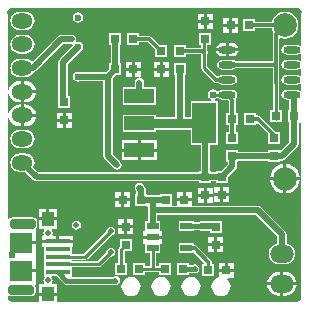
<source format=gbl>
G04*
G04 #@! TF.GenerationSoftware,Altium Limited,Altium Designer,18.1.9 (240)*
G04*
G04 Layer_Physical_Order=2*
G04 Layer_Color=16711680*
%FSLAX24Y24*%
%MOIN*%
G70*
G01*
G75*
%ADD14C,0.0100*%
%ADD16R,0.0300X0.0300*%
%ADD17R,0.0300X0.0300*%
%ADD28C,0.0200*%
%ADD29C,0.0197*%
%ADD30C,0.0157*%
%ADD31C,0.0197*%
G04:AMPARAMS|DCode=32|XSize=84.6mil|YSize=31.5mil|CornerRadius=7.9mil|HoleSize=0mil|Usage=FLASHONLY|Rotation=0.000|XOffset=0mil|YOffset=0mil|HoleType=Round|Shape=RoundedRectangle|*
%AMROUNDEDRECTD32*
21,1,0.0846,0.0157,0,0,0.0*
21,1,0.0689,0.0315,0,0,0.0*
1,1,0.0157,0.0344,-0.0079*
1,1,0.0157,-0.0344,-0.0079*
1,1,0.0157,-0.0344,0.0079*
1,1,0.0157,0.0344,0.0079*
%
%ADD32ROUNDEDRECTD32*%
%ADD33C,0.0787*%
%ADD34C,0.0236*%
%ADD35O,0.0787X0.0591*%
%ADD36O,0.0709X0.0512*%
%ADD37C,0.0240*%
%ADD38R,0.0827X0.0157*%
%ADD39R,0.0748X0.0709*%
%ADD40R,0.0394X0.0472*%
%ADD41R,0.0413X0.0236*%
%ADD42R,0.0984X0.0472*%
%ADD43R,0.0787X0.1378*%
%ADD44O,0.0571X0.0236*%
%ADD45C,0.0118*%
%ADD46C,0.0315*%
G36*
X9809Y9841D02*
X9858Y9808D01*
X9891Y9759D01*
X9903Y9700D01*
X9903Y9700D01*
X9903D01*
X9898Y9652D01*
X9898Y9650D01*
Y8599D01*
X9848Y8580D01*
X9806Y8608D01*
X9740Y8621D01*
X9406D01*
X9340Y8608D01*
X9284Y8571D01*
X9247Y8516D01*
X9234Y8450D01*
X9247Y8384D01*
X9284Y8329D01*
X9340Y8292D01*
X9406Y8279D01*
X9740D01*
X9806Y8292D01*
X9848Y8320D01*
X9898Y8301D01*
Y8099D01*
X9848Y8080D01*
X9806Y8108D01*
X9740Y8121D01*
X9406D01*
X9340Y8108D01*
X9284Y8071D01*
X9247Y8016D01*
X9234Y7950D01*
X9247Y7884D01*
X9284Y7829D01*
X9340Y7792D01*
X9406Y7779D01*
X9740D01*
X9806Y7792D01*
X9848Y7820D01*
X9898Y7801D01*
Y7599D01*
X9848Y7580D01*
X9806Y7608D01*
X9740Y7621D01*
X9406D01*
X9340Y7608D01*
X9284Y7571D01*
X9247Y7516D01*
X9234Y7450D01*
X9247Y7384D01*
X9284Y7329D01*
X9340Y7292D01*
X9406Y7279D01*
X9740D01*
X9806Y7292D01*
X9848Y7320D01*
X9898Y7301D01*
Y7099D01*
X9848Y7080D01*
X9806Y7108D01*
X9740Y7121D01*
X9406D01*
X9340Y7108D01*
X9284Y7071D01*
X9247Y7016D01*
X9234Y6950D01*
X9247Y6884D01*
X9284Y6829D01*
X9340Y6792D01*
X9406Y6779D01*
X9497D01*
Y6425D01*
X9450D01*
Y6025D01*
X9497D01*
Y5363D01*
X9247Y5113D01*
X9200Y5100D01*
Y5100D01*
X9200Y5100D01*
X8957D01*
X8950Y5101D01*
X8943Y5100D01*
X8800D01*
Y5051D01*
X7800D01*
Y5100D01*
X7400D01*
Y4700D01*
X7449D01*
Y4632D01*
X7236Y4419D01*
X7050D01*
Y4370D01*
X6900D01*
Y4400D01*
X6851D01*
Y5261D01*
X7109D01*
Y6739D01*
X7017D01*
X7012Y6789D01*
X7016Y6790D01*
X7073Y6827D01*
X7080Y6839D01*
X7132D01*
X7139Y6829D01*
X7194Y6792D01*
X7260Y6779D01*
X7441D01*
X7489Y6731D01*
Y6350D01*
X7400D01*
Y5950D01*
X7489D01*
Y5700D01*
X7400D01*
Y5300D01*
X7800D01*
Y5700D01*
X7711D01*
Y5950D01*
X7800D01*
Y6350D01*
X7711D01*
Y6777D01*
X7711Y6777D01*
X7703Y6820D01*
X7703Y6820D01*
X7716Y6829D01*
X7753Y6884D01*
X7766Y6950D01*
X7753Y7016D01*
X7716Y7071D01*
X7660Y7108D01*
X7594Y7121D01*
X7260D01*
X7194Y7108D01*
X7139Y7071D01*
X7132Y7061D01*
X7080D01*
X7073Y7073D01*
X7016Y7110D01*
X6950Y7123D01*
X6884Y7110D01*
X6827Y7073D01*
X6790Y7016D01*
X6777Y6950D01*
X6790Y6884D01*
X6827Y6827D01*
X6884Y6790D01*
X6888Y6789D01*
X6883Y6739D01*
X6222D01*
Y6212D01*
X6003D01*
Y7600D01*
X6050D01*
Y8000D01*
X5650D01*
Y7600D01*
X5697D01*
Y6212D01*
X5042D01*
Y6286D01*
X3958D01*
Y5714D01*
X5042D01*
Y5788D01*
X6222D01*
Y5261D01*
X6549D01*
Y4400D01*
X6500D01*
Y4370D01*
X1131D01*
X966Y4535D01*
X996Y4608D01*
X1007Y4688D01*
X996Y4768D01*
X966Y4842D01*
X917Y4906D01*
X853Y4955D01*
X778Y4986D01*
X698Y4996D01*
X502D01*
X422Y4986D01*
X347Y4955D01*
X283Y4906D01*
X234Y4842D01*
X204Y4768D01*
X193Y4688D01*
X204Y4608D01*
X234Y4534D01*
X283Y4470D01*
X347Y4421D01*
X422Y4390D01*
X502Y4379D01*
X695D01*
X962Y4112D01*
X1011Y4079D01*
X1069Y4068D01*
X1069Y4068D01*
X6500D01*
Y4000D01*
X6900D01*
Y4068D01*
X7050D01*
Y4019D01*
X7450D01*
Y4205D01*
X7707Y4462D01*
X7707Y4462D01*
X7740Y4511D01*
X7751Y4569D01*
X7751Y4569D01*
Y4700D01*
X7800D01*
Y4749D01*
X8800D01*
Y4700D01*
X9200D01*
Y4747D01*
X9250D01*
X9309Y4759D01*
X9358Y4792D01*
X9758Y5192D01*
X9791Y5241D01*
X9803Y5300D01*
Y6018D01*
X9843Y6024D01*
X9850Y6024D01*
X9898Y6014D01*
Y273D01*
X9893Y249D01*
X9897Y229D01*
X9892Y228D01*
X9898Y200D01*
X9887Y143D01*
X9855Y95D01*
X9807Y63D01*
X9750Y52D01*
X9722Y58D01*
X9721Y53D01*
X9701Y57D01*
X9677Y52D01*
X1747D01*
Y240D01*
X1153D01*
Y52D01*
X323D01*
X299Y57D01*
X279Y53D01*
X278Y58D01*
X250Y52D01*
X193Y63D01*
X145Y95D01*
X113Y143D01*
X102Y200D01*
X108Y228D01*
X149Y256D01*
X156Y257D01*
X170Y248D01*
X220Y238D01*
X909D01*
X959Y248D01*
X1002Y276D01*
X1030Y319D01*
X1040Y369D01*
Y526D01*
X1030Y576D01*
X1030Y577D01*
X1038Y626D01*
X1038D01*
X1038Y626D01*
Y1030D01*
X564D01*
Y1130D01*
X1038D01*
Y1534D01*
X1038D01*
Y1566D01*
X1038D01*
Y1970D01*
X564D01*
Y2070D01*
X1038D01*
Y2474D01*
X1063Y2514D01*
X1070Y2523D01*
X1080Y2574D01*
Y2731D01*
X1070Y2781D01*
X1041Y2824D01*
X998Y2852D01*
X948Y2862D01*
X259D01*
X209Y2852D01*
X166Y2824D01*
X152Y2802D01*
X102Y2817D01*
Y6188D01*
X152Y6191D01*
X155Y6170D01*
X191Y6083D01*
X248Y6009D01*
X322Y5952D01*
X409Y5916D01*
X502Y5904D01*
X550D01*
Y6263D01*
Y6622D01*
X502D01*
X409Y6609D01*
X322Y6573D01*
X248Y6516D01*
X191Y6442D01*
X155Y6356D01*
X152Y6334D01*
X102Y6337D01*
Y6976D01*
X152Y6979D01*
X155Y6957D01*
X191Y6871D01*
X248Y6796D01*
X322Y6739D01*
X409Y6703D01*
X502Y6691D01*
X550D01*
Y7050D01*
Y7409D01*
X502D01*
X409Y7397D01*
X322Y7361D01*
X248Y7304D01*
X191Y7229D01*
X155Y7143D01*
X152Y7121D01*
X102Y7124D01*
Y9650D01*
X98Y9670D01*
X103Y9671D01*
X97Y9700D01*
X109Y9759D01*
X142Y9808D01*
X191Y9841D01*
X250Y9853D01*
X279Y9847D01*
X280Y9852D01*
X300Y9848D01*
X9700D01*
X9720Y9852D01*
X9721Y9847D01*
X9750Y9853D01*
X9809Y9841D01*
D02*
G37*
%LPC*%
G36*
X6950Y9650D02*
X6750D01*
Y9450D01*
X6950D01*
Y9650D01*
D02*
G37*
G36*
X6650D02*
X6450D01*
Y9450D01*
X6650D01*
Y9650D01*
D02*
G37*
G36*
X9350Y9716D02*
X9234Y9700D01*
X9126Y9656D01*
X9034Y9585D01*
X8962Y9492D01*
X8918Y9384D01*
X8917Y9379D01*
X8350D01*
Y9468D01*
X7950D01*
Y9068D01*
X8350D01*
Y9157D01*
X8917D01*
X8918Y9152D01*
X8962Y9044D01*
X8966Y9039D01*
X8947Y9011D01*
X8939Y8968D01*
X8939Y8968D01*
Y8061D01*
X7722D01*
X7716Y8071D01*
X7660Y8108D01*
X7594Y8121D01*
X7260D01*
X7194Y8108D01*
X7139Y8071D01*
X7101Y8016D01*
X7088Y7950D01*
X7101Y7884D01*
X7139Y7829D01*
X7194Y7792D01*
X7260Y7779D01*
X7594D01*
X7660Y7792D01*
X7716Y7829D01*
X7722Y7839D01*
X8939D01*
Y7350D01*
X8947Y7307D01*
X8948Y7306D01*
Y6425D01*
X8850D01*
Y6025D01*
X9250D01*
Y6425D01*
X9152D01*
Y7306D01*
X9153Y7307D01*
X9161Y7350D01*
Y7950D01*
Y8821D01*
X9203Y8849D01*
X9234Y8836D01*
X9350Y8821D01*
X9466Y8836D01*
X9574Y8881D01*
X9666Y8952D01*
X9738Y9044D01*
X9782Y9152D01*
X9798Y9268D01*
X9782Y9384D01*
X9738Y9492D01*
X9666Y9585D01*
X9574Y9656D01*
X9466Y9700D01*
X9350Y9716D01*
D02*
G37*
G36*
X2450Y9690D02*
X2384Y9677D01*
X2329Y9640D01*
X2292Y9584D01*
X2279Y9518D01*
X2292Y9453D01*
X2329Y9397D01*
X2384Y9360D01*
X2450Y9347D01*
X2516Y9360D01*
X2571Y9397D01*
X2608Y9453D01*
X2621Y9518D01*
X2608Y9584D01*
X2571Y9640D01*
X2516Y9677D01*
X2450Y9690D01*
D02*
G37*
G36*
X7800Y9518D02*
X7600D01*
Y9318D01*
X7800D01*
Y9518D01*
D02*
G37*
G36*
X7500D02*
X7300D01*
Y9318D01*
X7500D01*
Y9518D01*
D02*
G37*
G36*
X6950Y9350D02*
X6750D01*
Y9150D01*
X6950D01*
Y9350D01*
D02*
G37*
G36*
X6650D02*
X6450D01*
Y9150D01*
X6650D01*
Y9350D01*
D02*
G37*
G36*
X698Y9721D02*
X502D01*
X422Y9710D01*
X347Y9679D01*
X283Y9630D01*
X234Y9566D01*
X204Y9492D01*
X193Y9412D01*
X204Y9332D01*
X234Y9258D01*
X283Y9194D01*
X347Y9145D01*
X422Y9114D01*
X502Y9104D01*
X698D01*
X778Y9114D01*
X853Y9145D01*
X917Y9194D01*
X966Y9258D01*
X996Y9332D01*
X1007Y9412D01*
X996Y9492D01*
X966Y9566D01*
X917Y9630D01*
X853Y9679D01*
X778Y9710D01*
X698Y9721D01*
D02*
G37*
G36*
X7800Y9218D02*
X7600D01*
Y9018D01*
X7800D01*
Y9218D01*
D02*
G37*
G36*
X7500D02*
X7300D01*
Y9018D01*
X7500D01*
Y9218D01*
D02*
G37*
G36*
X6900Y9000D02*
X6500D01*
Y8600D01*
X6563D01*
Y8511D01*
X6050D01*
Y8600D01*
X5650D01*
Y8200D01*
X6050D01*
Y8289D01*
X6563D01*
Y7835D01*
X6571Y7796D01*
X6593Y7763D01*
X6947Y7409D01*
X6947Y7407D01*
X6971Y7371D01*
X7007Y7347D01*
X7050Y7339D01*
X7132D01*
X7139Y7329D01*
X7194Y7292D01*
X7260Y7279D01*
X7594D01*
X7660Y7292D01*
X7716Y7329D01*
X7753Y7384D01*
X7766Y7450D01*
X7753Y7516D01*
X7716Y7571D01*
X7660Y7608D01*
X7594Y7621D01*
X7260D01*
X7194Y7608D01*
X7139Y7571D01*
X7132Y7561D01*
X7083D01*
X6767Y7877D01*
Y8306D01*
X6768Y8307D01*
X6777Y8350D01*
X6768Y8393D01*
X6767Y8394D01*
Y8600D01*
X6900D01*
Y9000D01*
D02*
G37*
G36*
X7594Y8672D02*
X7477D01*
Y8500D01*
X7807D01*
X7800Y8535D01*
X7752Y8607D01*
X7680Y8655D01*
X7594Y8672D01*
D02*
G37*
G36*
X7377D02*
X7260D01*
X7175Y8655D01*
X7103Y8607D01*
X7054Y8535D01*
X7047Y8500D01*
X7377D01*
Y8672D01*
D02*
G37*
G36*
X698Y8933D02*
X502D01*
X422Y8923D01*
X347Y8892D01*
X283Y8843D01*
X234Y8779D01*
X204Y8705D01*
X193Y8625D01*
X204Y8545D01*
X234Y8471D01*
X283Y8407D01*
X347Y8358D01*
X422Y8327D01*
X502Y8316D01*
X698D01*
X778Y8327D01*
X853Y8358D01*
X917Y8407D01*
X966Y8471D01*
X996Y8545D01*
X1007Y8625D01*
X996Y8705D01*
X966Y8779D01*
X917Y8843D01*
X853Y8892D01*
X778Y8923D01*
X698Y8933D01*
D02*
G37*
G36*
X7807Y8400D02*
X7477D01*
Y8228D01*
X7594D01*
X7680Y8245D01*
X7752Y8293D01*
X7800Y8365D01*
X7807Y8400D01*
D02*
G37*
G36*
X7377D02*
X7047D01*
X7054Y8365D01*
X7103Y8293D01*
X7175Y8245D01*
X7260Y8228D01*
X7377D01*
Y8400D01*
D02*
G37*
G36*
X4500Y9000D02*
X4100D01*
Y8600D01*
X4500D01*
Y8689D01*
X4773D01*
X5019Y8443D01*
Y8200D01*
X5419D01*
Y8600D01*
X5176D01*
X4898Y8879D01*
X4862Y8903D01*
X4819Y8911D01*
X4819Y8911D01*
X4500D01*
Y9000D01*
D02*
G37*
G36*
X5469Y8050D02*
X5269D01*
Y7850D01*
X5469D01*
Y8050D01*
D02*
G37*
G36*
X4550D02*
X4350D01*
Y7850D01*
X4550D01*
Y8050D01*
D02*
G37*
G36*
X4250D02*
X4050D01*
Y7850D01*
X4250D01*
Y8050D01*
D02*
G37*
G36*
X5169D02*
X4969D01*
Y7850D01*
X5169D01*
Y8050D01*
D02*
G37*
G36*
X3900Y9000D02*
X3500D01*
Y8600D01*
X3547D01*
Y8000D01*
X3500D01*
Y7816D01*
X3387Y7703D01*
X2524D01*
X2516Y7708D01*
X2450Y7721D01*
X2384Y7708D01*
X2329Y7671D01*
X2292Y7616D01*
X2279Y7550D01*
X2292Y7484D01*
X2329Y7429D01*
X2384Y7392D01*
X2450Y7379D01*
X2516Y7392D01*
X2524Y7397D01*
X3297D01*
Y4900D01*
X3309Y4841D01*
X3342Y4792D01*
X3642Y4492D01*
X3691Y4459D01*
X3750Y4447D01*
X3809Y4459D01*
X3858Y4492D01*
X3891Y4541D01*
X3903Y4600D01*
X3891Y4659D01*
X3858Y4708D01*
X3603Y4963D01*
Y7487D01*
X3716Y7600D01*
X3900D01*
Y8000D01*
X3853D01*
Y8600D01*
X3900D01*
Y9000D01*
D02*
G37*
G36*
X5469Y7750D02*
X5269D01*
Y7550D01*
X5469D01*
Y7750D01*
D02*
G37*
G36*
X5169D02*
X4969D01*
Y7550D01*
X5169D01*
Y7750D01*
D02*
G37*
G36*
X4250D02*
X4050D01*
Y7550D01*
X4250D01*
Y7750D01*
D02*
G37*
G36*
X698Y7409D02*
X650D01*
Y7100D01*
X1051D01*
X1045Y7143D01*
X1009Y7229D01*
X952Y7304D01*
X878Y7361D01*
X791Y7397D01*
X698Y7409D01*
D02*
G37*
G36*
X1051Y7000D02*
X650D01*
Y6691D01*
X698D01*
X791Y6703D01*
X878Y6739D01*
X952Y6796D01*
X1009Y6871D01*
X1045Y6957D01*
X1051Y7000D01*
D02*
G37*
G36*
X4550Y7750D02*
X4350D01*
Y7550D01*
X4480D01*
X4485Y7500D01*
X4468Y7496D01*
X4441Y7491D01*
X4392Y7458D01*
X4359Y7409D01*
X4347Y7350D01*
Y7192D01*
X3958D01*
Y6619D01*
X5042D01*
Y7192D01*
X4653D01*
Y7350D01*
X4641Y7409D01*
X4608Y7458D01*
X4559Y7491D01*
X4532Y7496D01*
X4515Y7500D01*
X4520Y7550D01*
X4550D01*
Y7750D01*
D02*
G37*
G36*
X1900Y8951D02*
X1842Y8940D01*
X1793Y8907D01*
X1793Y8907D01*
X940Y8054D01*
X917Y8056D01*
X853Y8105D01*
X778Y8135D01*
X698Y8146D01*
X502D01*
X422Y8135D01*
X347Y8105D01*
X283Y8056D01*
X234Y7992D01*
X204Y7917D01*
X193Y7837D01*
X204Y7758D01*
X234Y7683D01*
X283Y7619D01*
X347Y7570D01*
X422Y7539D01*
X502Y7529D01*
X698D01*
X778Y7539D01*
X853Y7570D01*
X917Y7619D01*
X966Y7683D01*
X970Y7692D01*
X995Y7698D01*
X1044Y7730D01*
X1963Y8649D01*
X2250D01*
X2266Y8652D01*
X2296Y8607D01*
X2292Y8600D01*
X2290Y8590D01*
X1842Y8142D01*
X1809Y8093D01*
X1797Y8034D01*
Y6750D01*
X1800Y6735D01*
Y6500D01*
X2200D01*
Y6900D01*
X2103D01*
Y7971D01*
X2506Y8374D01*
X2516Y8376D01*
X2571Y8413D01*
X2608Y8469D01*
X2621Y8534D01*
X2608Y8600D01*
X2571Y8655D01*
X2516Y8693D01*
X2450Y8706D01*
X2422Y8700D01*
X2390Y8742D01*
X2401Y8800D01*
X2390Y8858D01*
X2357Y8907D01*
X2308Y8940D01*
X2250Y8951D01*
X1900D01*
X1900Y8951D01*
D02*
G37*
G36*
X698Y6622D02*
X650D01*
Y6313D01*
X1051D01*
X1045Y6356D01*
X1009Y6442D01*
X952Y6516D01*
X878Y6573D01*
X791Y6609D01*
X698Y6622D01*
D02*
G37*
G36*
X2250Y6350D02*
X2050D01*
Y6150D01*
X2250D01*
Y6350D01*
D02*
G37*
G36*
X1950D02*
X1750D01*
Y6150D01*
X1950D01*
Y6350D01*
D02*
G37*
G36*
X1051Y6213D02*
X650D01*
Y5904D01*
X698D01*
X791Y5916D01*
X878Y5952D01*
X952Y6009D01*
X1009Y6083D01*
X1045Y6170D01*
X1051Y6213D01*
D02*
G37*
G36*
X2250Y6050D02*
X2050D01*
Y5850D01*
X2250D01*
Y6050D01*
D02*
G37*
G36*
X1950D02*
X1750D01*
Y5850D01*
X1950D01*
Y6050D01*
D02*
G37*
G36*
X8400Y6350D02*
X8000D01*
Y5950D01*
X8400D01*
Y5972D01*
X8450Y5993D01*
X8800Y5643D01*
Y5300D01*
X9200D01*
Y5700D01*
X9057D01*
X8529Y6229D01*
X8493Y6253D01*
X8450Y6261D01*
X8450Y6261D01*
X8400D01*
Y6350D01*
D02*
G37*
G36*
X698Y5784D02*
X502D01*
X422Y5773D01*
X347Y5742D01*
X283Y5693D01*
X234Y5629D01*
X204Y5555D01*
X193Y5475D01*
X204Y5395D01*
X234Y5321D01*
X283Y5257D01*
X347Y5208D01*
X422Y5177D01*
X502Y5167D01*
X698D01*
X778Y5177D01*
X853Y5208D01*
X917Y5257D01*
X966Y5321D01*
X996Y5395D01*
X1007Y5475D01*
X996Y5555D01*
X966Y5629D01*
X917Y5693D01*
X853Y5742D01*
X778Y5773D01*
X698Y5784D01*
D02*
G37*
G36*
X5092Y5431D02*
X4550D01*
Y5144D01*
X5092D01*
Y5431D01*
D02*
G37*
G36*
X4450D02*
X3908D01*
Y5144D01*
X4450D01*
Y5431D01*
D02*
G37*
G36*
X5092Y5044D02*
X4550D01*
Y4758D01*
X5092D01*
Y5044D01*
D02*
G37*
G36*
X4450D02*
X3908D01*
Y4758D01*
X4450D01*
Y5044D01*
D02*
G37*
G36*
X9400Y4641D02*
Y4200D01*
X9841D01*
X9831Y4279D01*
X9781Y4399D01*
X9702Y4502D01*
X9599Y4581D01*
X9479Y4631D01*
X9400Y4641D01*
D02*
G37*
G36*
X9300D02*
X9221Y4631D01*
X9101Y4581D01*
X8998Y4502D01*
X8919Y4399D01*
X8869Y4279D01*
X8859Y4200D01*
X9300D01*
Y4641D01*
D02*
G37*
G36*
X7500Y3869D02*
X7300D01*
Y3669D01*
X7500D01*
Y3869D01*
D02*
G37*
G36*
X7200D02*
X7000D01*
Y3669D01*
X7200D01*
Y3869D01*
D02*
G37*
G36*
X9841Y4100D02*
X9400D01*
Y3659D01*
X9479Y3669D01*
X9599Y3719D01*
X9702Y3798D01*
X9781Y3901D01*
X9831Y4021D01*
X9841Y4100D01*
D02*
G37*
G36*
X9300D02*
X8859D01*
X8869Y4021D01*
X8919Y3901D01*
X8998Y3798D01*
X9101Y3719D01*
X9221Y3669D01*
X9300Y3659D01*
Y4100D01*
D02*
G37*
G36*
X6950Y3850D02*
X6750D01*
Y3650D01*
X6950D01*
Y3850D01*
D02*
G37*
G36*
X6650D02*
X6450D01*
Y3650D01*
X6650D01*
Y3850D01*
D02*
G37*
G36*
X6250Y3700D02*
X6050D01*
Y3500D01*
X6250D01*
Y3700D01*
D02*
G37*
G36*
X4200D02*
X4000D01*
Y3500D01*
X4200D01*
Y3700D01*
D02*
G37*
G36*
X5950D02*
X5750D01*
Y3500D01*
X5950D01*
Y3700D01*
D02*
G37*
G36*
X3900D02*
X3700D01*
Y3500D01*
X3900D01*
Y3700D01*
D02*
G37*
G36*
X7500Y3569D02*
X7300D01*
Y3369D01*
X7500D01*
Y3569D01*
D02*
G37*
G36*
X7200D02*
X7000D01*
Y3369D01*
X7200D01*
Y3569D01*
D02*
G37*
G36*
X6950Y3550D02*
X6750D01*
Y3350D01*
X6950D01*
Y3550D01*
D02*
G37*
G36*
X6650D02*
X6450D01*
Y3350D01*
X6650D01*
Y3550D01*
D02*
G37*
G36*
X4200Y3400D02*
X4000D01*
Y3200D01*
X4200D01*
Y3400D01*
D02*
G37*
G36*
X3900D02*
X3700D01*
Y3200D01*
X3900D01*
Y3400D01*
D02*
G37*
G36*
X1747Y3146D02*
X1500D01*
Y2860D01*
X1747D01*
Y3146D01*
D02*
G37*
G36*
X1400D02*
X1153D01*
Y2860D01*
X1400D01*
Y3146D01*
D02*
G37*
G36*
X7250Y2750D02*
X6850D01*
Y2727D01*
X6550D01*
X6491Y2715D01*
X6476Y2705D01*
X6318D01*
Y2742D01*
X5804D01*
Y2406D01*
X6318D01*
Y2443D01*
X6476D01*
X6491Y2433D01*
X6550Y2421D01*
X6850D01*
Y2350D01*
X7250D01*
Y2750D01*
D02*
G37*
G36*
X4300Y2800D02*
X4100D01*
Y2600D01*
X4300D01*
Y2800D01*
D02*
G37*
G36*
X4000D02*
X3800D01*
Y2600D01*
X4000D01*
Y2800D01*
D02*
G37*
G36*
X2400Y2751D02*
X2342Y2740D01*
X2293Y2707D01*
X2260Y2658D01*
X2249Y2600D01*
X2260Y2542D01*
X2293Y2493D01*
X2342Y2460D01*
X2400Y2449D01*
X2458Y2460D01*
X2507Y2493D01*
X2540Y2542D01*
X2551Y2600D01*
X2540Y2658D01*
X2507Y2707D01*
X2458Y2740D01*
X2400Y2751D01*
D02*
G37*
G36*
X4300Y2500D02*
X4100D01*
Y2300D01*
X4300D01*
Y2500D01*
D02*
G37*
G36*
X4000D02*
X3800D01*
Y2300D01*
X4000D01*
Y2500D01*
D02*
G37*
G36*
X3550Y2551D02*
X3492Y2540D01*
X3443Y2507D01*
X3410Y2458D01*
X3399Y2400D01*
X3400Y2394D01*
X2658Y1652D01*
X2238D01*
Y1883D01*
X2288D01*
Y2012D01*
X1262D01*
Y1883D01*
X1312D01*
Y1421D01*
Y1165D01*
Y909D01*
X1314D01*
X1324Y896D01*
X1336Y859D01*
X1310Y821D01*
X1299Y763D01*
X1310Y705D01*
X1329Y676D01*
X1304Y626D01*
X1153D01*
Y340D01*
X1747D01*
Y626D01*
X1597D01*
X1571Y676D01*
X1590Y705D01*
X1602Y763D01*
X1590Y821D01*
X1564Y859D01*
X1576Y896D01*
X1586Y909D01*
X1718D01*
X1970Y657D01*
X2013Y629D01*
X2063Y619D01*
X3629D01*
X3642Y610D01*
X3700Y599D01*
X3758Y610D01*
X3807Y643D01*
X3840Y692D01*
X3851Y750D01*
X3840Y808D01*
X3807Y857D01*
X3758Y890D01*
X3741Y893D01*
X3709Y920D01*
X3709Y928D01*
X3745Y950D01*
X3750Y950D01*
X4100D01*
Y1350D01*
X4002D01*
Y1750D01*
X4250D01*
Y2150D01*
X3850D01*
Y1894D01*
X3828Y1872D01*
X3806Y1839D01*
X3798Y1800D01*
Y1350D01*
X3700D01*
Y995D01*
X3700Y995D01*
Y995D01*
X3700Y950D01*
X3701Y946D01*
X3704Y923D01*
X3700Y901D01*
X3642Y890D01*
X3629Y881D01*
X2277D01*
X2238Y909D01*
Y1192D01*
X3144D01*
X3183Y1200D01*
X3216Y1222D01*
X3544Y1550D01*
X3550Y1549D01*
X3608Y1560D01*
X3657Y1593D01*
X3690Y1642D01*
X3701Y1700D01*
X3690Y1758D01*
X3657Y1807D01*
X3608Y1840D01*
X3550Y1851D01*
X3492Y1840D01*
X3443Y1807D01*
X3410Y1758D01*
X3399Y1700D01*
X3400Y1694D01*
X3102Y1396D01*
X2238D01*
Y1448D01*
X2700D01*
X2739Y1456D01*
X2772Y1478D01*
X3544Y2250D01*
X3550Y2249D01*
X3608Y2260D01*
X3657Y2293D01*
X3690Y2342D01*
X3701Y2400D01*
X3690Y2458D01*
X3657Y2507D01*
X3608Y2540D01*
X3550Y2551D01*
D02*
G37*
G36*
X2288Y2241D02*
X1825D01*
Y2112D01*
X2288D01*
Y2241D01*
D02*
G37*
G36*
X1747Y2760D02*
X1153D01*
Y2474D01*
X1304D01*
X1329Y2424D01*
X1310Y2395D01*
X1299Y2337D01*
X1308Y2291D01*
X1281Y2241D01*
X1262D01*
Y2112D01*
X1725D01*
Y2241D01*
X1620D01*
X1592Y2291D01*
X1602Y2337D01*
X1590Y2395D01*
X1571Y2424D01*
X1597Y2474D01*
X1747D01*
Y2760D01*
D02*
G37*
G36*
X7300Y2200D02*
X7100D01*
Y2000D01*
X7300D01*
Y2200D01*
D02*
G37*
G36*
X7000D02*
X6800D01*
Y2000D01*
X7000D01*
Y2200D01*
D02*
G37*
G36*
X7300Y1900D02*
X7100D01*
Y1700D01*
X7300D01*
Y1900D01*
D02*
G37*
G36*
X7000D02*
X6800D01*
Y1700D01*
X7000D01*
Y1900D01*
D02*
G37*
G36*
X4500Y4003D02*
X4441Y3991D01*
X4392Y3958D01*
X4359Y3909D01*
X4347Y3850D01*
X4359Y3791D01*
X4392Y3742D01*
X4397Y3737D01*
Y3650D01*
X4350D01*
Y3250D01*
X4750D01*
X4786Y3216D01*
Y2742D01*
X4682D01*
Y2418D01*
X4632D01*
Y2250D01*
X4939D01*
X5246D01*
Y2418D01*
X5196D01*
Y2742D01*
X5092D01*
Y2947D01*
X8376D01*
X9097Y2226D01*
Y1991D01*
X9061Y1986D01*
X8977Y1952D01*
X8905Y1896D01*
X8850Y1824D01*
X8815Y1740D01*
X8803Y1650D01*
X8815Y1560D01*
X8850Y1476D01*
X8905Y1404D01*
X8977Y1348D01*
X9061Y1314D01*
X9152Y1302D01*
X9348D01*
X9439Y1314D01*
X9523Y1348D01*
X9595Y1404D01*
X9650Y1476D01*
X9685Y1560D01*
X9697Y1650D01*
X9685Y1740D01*
X9650Y1824D01*
X9595Y1896D01*
X9523Y1952D01*
X9439Y1986D01*
X9403Y1991D01*
Y2289D01*
X9391Y2348D01*
X9358Y2397D01*
X8547Y3208D01*
X8497Y3241D01*
X8439Y3253D01*
X6250D01*
Y3400D01*
X6000D01*
X5750D01*
Y3253D01*
X5600D01*
Y3650D01*
X5200D01*
Y3603D01*
X4750D01*
Y3650D01*
X4703D01*
Y3800D01*
X4691Y3859D01*
X4658Y3908D01*
X4608Y3958D01*
X4559Y3991D01*
X4500Y4003D01*
D02*
G37*
G36*
X5246Y2150D02*
X4939D01*
X4632D01*
Y1982D01*
X4682D01*
Y1658D01*
X4837D01*
Y1252D01*
X4700D01*
Y1350D01*
X4300D01*
Y950D01*
X4700D01*
Y1048D01*
X5150D01*
Y950D01*
X5550D01*
Y1350D01*
X5150D01*
Y1252D01*
X5041D01*
Y1658D01*
X5196D01*
Y1982D01*
X5246D01*
Y2150D01*
D02*
G37*
G36*
X7650Y1350D02*
X7450D01*
Y1150D01*
X7650D01*
Y1350D01*
D02*
G37*
G36*
X7350D02*
X7150D01*
Y1150D01*
X7350D01*
Y1350D01*
D02*
G37*
G36*
X6150D02*
X5750D01*
Y950D01*
X6150D01*
Y1011D01*
X6279D01*
X6292Y1003D01*
X6350Y991D01*
X6408Y1003D01*
X6457Y1036D01*
X6490Y1085D01*
X6501Y1143D01*
X6490Y1200D01*
X6457Y1250D01*
X6408Y1282D01*
X6350Y1294D01*
X6292Y1282D01*
X6279Y1274D01*
X6150D01*
Y1350D01*
D02*
G37*
G36*
X6318Y1994D02*
X5804D01*
Y1658D01*
X6318D01*
X6318Y1658D01*
Y1658D01*
X6364Y1644D01*
X6658Y1350D01*
X6637Y1300D01*
X6600D01*
Y900D01*
X7000D01*
Y1300D01*
X6945D01*
X6942Y1302D01*
X6908Y1350D01*
X6911Y1365D01*
X6903Y1408D01*
X6879Y1444D01*
X6418Y1905D01*
X6382Y1929D01*
X6339Y1937D01*
X6318Y1978D01*
Y1994D01*
D02*
G37*
G36*
X9348Y1049D02*
X9300D01*
Y700D01*
X9741D01*
X9734Y753D01*
X9694Y849D01*
X9630Y932D01*
X9548Y995D01*
X9452Y1035D01*
X9348Y1049D01*
D02*
G37*
G36*
X9200D02*
X9152D01*
X9048Y1035D01*
X8952Y995D01*
X8870Y932D01*
X8806Y849D01*
X8766Y753D01*
X8759Y700D01*
X9200D01*
Y1049D01*
D02*
G37*
G36*
X9741Y600D02*
X9300D01*
Y251D01*
X9348D01*
X9452Y265D01*
X9548Y305D01*
X9630Y368D01*
X9694Y451D01*
X9734Y547D01*
X9741Y600D01*
D02*
G37*
G36*
X9200D02*
X8759D01*
X8766Y547D01*
X8806Y451D01*
X8870Y368D01*
X8952Y305D01*
X9048Y265D01*
X9152Y251D01*
X9200D01*
Y600D01*
D02*
G37*
G36*
X7650Y1050D02*
X7400D01*
X7150D01*
Y870D01*
X7137Y868D01*
X7060Y836D01*
X6994Y786D01*
X6943Y719D01*
X6911Y643D01*
X6900Y560D01*
X6911Y477D01*
X6943Y401D01*
X6994Y334D01*
X7060Y284D01*
X7137Y252D01*
X7219Y241D01*
X7302Y252D01*
X7379Y284D01*
X7445Y334D01*
X7495Y401D01*
X7527Y477D01*
X7538Y560D01*
X7527Y643D01*
X7495Y719D01*
X7445Y786D01*
X7426Y800D01*
X7443Y850D01*
X7650D01*
Y1050D01*
D02*
G37*
G36*
X6219Y879D02*
X6137Y868D01*
X6060Y836D01*
X5994Y786D01*
X5943Y719D01*
X5911Y643D01*
X5900Y560D01*
X5911Y477D01*
X5943Y401D01*
X5994Y334D01*
X6060Y284D01*
X6137Y252D01*
X6219Y241D01*
X6302Y252D01*
X6379Y284D01*
X6445Y334D01*
X6495Y401D01*
X6527Y477D01*
X6538Y560D01*
X6527Y643D01*
X6495Y719D01*
X6445Y786D01*
X6379Y836D01*
X6302Y868D01*
X6219Y879D01*
D02*
G37*
G36*
X5219D02*
X5137Y868D01*
X5060Y836D01*
X4994Y786D01*
X4943Y719D01*
X4911Y643D01*
X4900Y560D01*
X4911Y477D01*
X4943Y401D01*
X4994Y334D01*
X5060Y284D01*
X5137Y252D01*
X5219Y241D01*
X5302Y252D01*
X5379Y284D01*
X5445Y334D01*
X5495Y401D01*
X5527Y477D01*
X5538Y560D01*
X5527Y643D01*
X5495Y719D01*
X5445Y786D01*
X5379Y836D01*
X5302Y868D01*
X5219Y879D01*
D02*
G37*
G36*
X4219Y879D02*
X4137Y868D01*
X4060Y836D01*
X3994Y786D01*
X3943Y719D01*
X3911Y643D01*
X3900Y560D01*
X3911Y477D01*
X3943Y401D01*
X3994Y334D01*
X4060Y284D01*
X4137Y252D01*
X4219Y241D01*
X4302Y252D01*
X4379Y284D01*
X4445Y334D01*
X4495Y401D01*
X4527Y477D01*
X4538Y560D01*
X4527Y643D01*
X4495Y719D01*
X4445Y786D01*
X4379Y836D01*
X4302Y868D01*
X4219Y879D01*
D02*
G37*
%LPD*%
D14*
X9050Y6225D02*
Y7350D01*
X6665Y8350D02*
Y8765D01*
Y7835D02*
Y8350D01*
Y7835D02*
X7050Y7450D01*
X6950Y6950D02*
X7427D01*
X9050Y6150D02*
Y6225D01*
X4500Y1150D02*
X4925D01*
X6800Y1100D02*
Y1365D01*
X2700Y1550D02*
X3550Y2400D01*
X3144Y1294D02*
X3550Y1700D01*
X1775Y1294D02*
X3144D01*
X3900Y1150D02*
Y1800D01*
X4939Y1164D02*
Y1826D01*
X1775Y1550D02*
X2700D01*
X4925Y1150D02*
X5350D01*
X4925D02*
X4939Y1164D01*
X6665Y8765D02*
X6700Y8800D01*
X3900Y1800D02*
X4050Y1950D01*
D16*
X4300Y7800D02*
D03*
X3700D02*
D03*
X5350Y1150D02*
D03*
X5950D02*
D03*
X8200Y6150D02*
D03*
X7600D02*
D03*
X9650Y6225D02*
D03*
X9050D02*
D03*
X3700Y8800D02*
D03*
X4300D02*
D03*
X8150Y9268D02*
D03*
X7550D02*
D03*
X7400Y1100D02*
D03*
X6800D02*
D03*
X3900Y1150D02*
D03*
X4500D02*
D03*
X4550Y3450D02*
D03*
X3950D02*
D03*
X6000D02*
D03*
X5400D02*
D03*
D17*
X7250Y4219D02*
D03*
Y3619D02*
D03*
X7600Y5500D02*
D03*
Y4900D02*
D03*
X9000Y5500D02*
D03*
Y4900D02*
D03*
X5219Y8400D02*
D03*
Y7800D02*
D03*
X2000Y6700D02*
D03*
Y6100D02*
D03*
X7050Y2550D02*
D03*
Y1950D02*
D03*
X4050D02*
D03*
Y2550D02*
D03*
X6700Y4200D02*
D03*
Y3600D02*
D03*
Y9400D02*
D03*
Y8800D02*
D03*
X5850Y8400D02*
D03*
Y7800D02*
D03*
D28*
X5050Y3100D02*
X8439D01*
X4900Y3450D02*
X4939Y3411D01*
X4900Y3450D02*
X5400D01*
X4550D02*
X4900D01*
X4550D02*
Y3800D01*
X4500Y3850D02*
X4550Y3800D01*
X3450Y4900D02*
X3750Y4600D01*
X5850Y6000D02*
Y7800D01*
X9250Y4900D02*
X9650Y5300D01*
X9000Y4900D02*
X9250D01*
X9650Y5300D02*
Y6225D01*
Y6873D01*
X4500Y6906D02*
Y7350D01*
X1950Y6750D02*
Y8034D01*
X2450Y8534D01*
X1950Y6750D02*
X2000Y6700D01*
X6550Y2574D02*
X7026D01*
X7050Y2550D01*
X4939Y2574D02*
Y3411D01*
X4500Y5964D02*
Y6000D01*
X3450Y7550D02*
X3700Y7800D01*
X2450Y7550D02*
X3450D01*
X9573Y6950D02*
X9650Y6873D01*
X3700Y7800D02*
Y8800D01*
X3450Y4900D02*
Y7550D01*
X9250Y1650D02*
Y2289D01*
X8439Y3100D02*
X9250Y2289D01*
D29*
X8900Y4900D02*
X8950Y4950D01*
X6700Y4219D02*
X7250D01*
X1069D02*
X6700D01*
X7600Y4900D02*
X8900D01*
X7600Y4569D02*
Y4900D01*
X7250Y4219D02*
X7600Y4569D01*
X6700Y4219D02*
Y5965D01*
Y4200D02*
Y4219D01*
X6665Y6000D02*
X6700Y5965D01*
X600Y4688D02*
X1069Y4219D01*
X937Y7837D02*
X1900Y8800D01*
X2250D01*
X600Y7837D02*
X937D01*
D30*
X6061Y2574D02*
X6550D01*
X5950Y1150D02*
X5957Y1143D01*
X6350D01*
X2063Y750D02*
X3700D01*
X1775Y1038D02*
X2063Y750D01*
D31*
X1450Y2337D02*
D03*
Y763D02*
D03*
X250Y3750D02*
D03*
X2050Y4800D02*
D03*
X5400Y5150D02*
D03*
X5350Y6700D02*
D03*
X2400Y2600D02*
D03*
X4500Y3850D02*
D03*
X3750Y4600D02*
D03*
X4500Y7350D02*
D03*
X6550Y2574D02*
D03*
X6350Y1143D02*
D03*
X3700Y750D02*
D03*
X2250Y8800D02*
D03*
X3550Y2400D02*
D03*
Y1700D02*
D03*
D32*
X564Y448D02*
D03*
X604Y2652D02*
D03*
D33*
X9350Y4150D02*
D03*
Y9268D02*
D03*
D34*
X2450Y7550D02*
D03*
Y8534D02*
D03*
Y9518D02*
D03*
D35*
X9250Y650D02*
D03*
Y1650D02*
D03*
D36*
X600Y4688D02*
D03*
D03*
Y5475D02*
D03*
Y6263D02*
D03*
Y7050D02*
D03*
Y7837D02*
D03*
Y8625D02*
D03*
Y9412D02*
D03*
D37*
X6950Y6950D02*
D03*
X7550Y2150D02*
D03*
X2450Y150D02*
D03*
X9650Y3250D02*
D03*
X9000Y3150D02*
D03*
X5850Y5500D02*
D03*
X4700Y9550D02*
D03*
X7219Y8850D02*
D03*
X5850Y9650D02*
D03*
X2800Y9050D02*
D03*
X4700Y8050D02*
D03*
X4450Y2200D02*
D03*
X9800Y2350D02*
D03*
X8850Y1100D02*
D03*
X250Y1600D02*
D03*
X8600Y8950D02*
D03*
X5000Y4550D02*
D03*
X6700Y300D02*
D03*
X5850Y5050D02*
D03*
X1950Y9600D02*
D03*
X7250Y9650D02*
D03*
X9400Y2850D02*
D03*
D38*
X1775Y1550D02*
D03*
Y1294D02*
D03*
Y1806D02*
D03*
Y2062D02*
D03*
Y1038D02*
D03*
D39*
X564Y1080D02*
D03*
Y2020D02*
D03*
D40*
X1450Y290D02*
D03*
Y2810D02*
D03*
D41*
X6061Y1826D02*
D03*
Y2574D02*
D03*
X4939D02*
D03*
Y2200D02*
D03*
Y1826D02*
D03*
D42*
X4500Y6000D02*
D03*
Y6906D02*
D03*
Y5094D02*
D03*
D43*
X6665Y6000D02*
D03*
D44*
X7427Y6950D02*
D03*
Y7450D02*
D03*
Y7950D02*
D03*
Y8450D02*
D03*
X9573Y6950D02*
D03*
Y7450D02*
D03*
Y7950D02*
D03*
Y8450D02*
D03*
D45*
X9050Y7950D02*
Y8968D01*
Y7350D02*
Y7950D01*
X7427D02*
X9050D01*
Y8968D02*
X9350Y9268D01*
X8150D02*
X9350D01*
X5850Y8400D02*
X6615D01*
X6665Y8350D01*
X7050Y7450D02*
X7427D01*
X4819Y8800D02*
X5219Y8400D01*
X4300Y8800D02*
X4819D01*
X7600Y6150D02*
Y6777D01*
Y5500D02*
Y6150D01*
X7427Y6950D02*
X7600Y6777D01*
X8450Y6150D02*
X9000Y5600D01*
X8200Y6150D02*
X8450D01*
X6339Y1826D02*
X6800Y1365D01*
X6061Y1826D02*
X6339D01*
D46*
X5850Y6000D02*
X6665D01*
X4500D02*
X5850D01*
M02*

</source>
